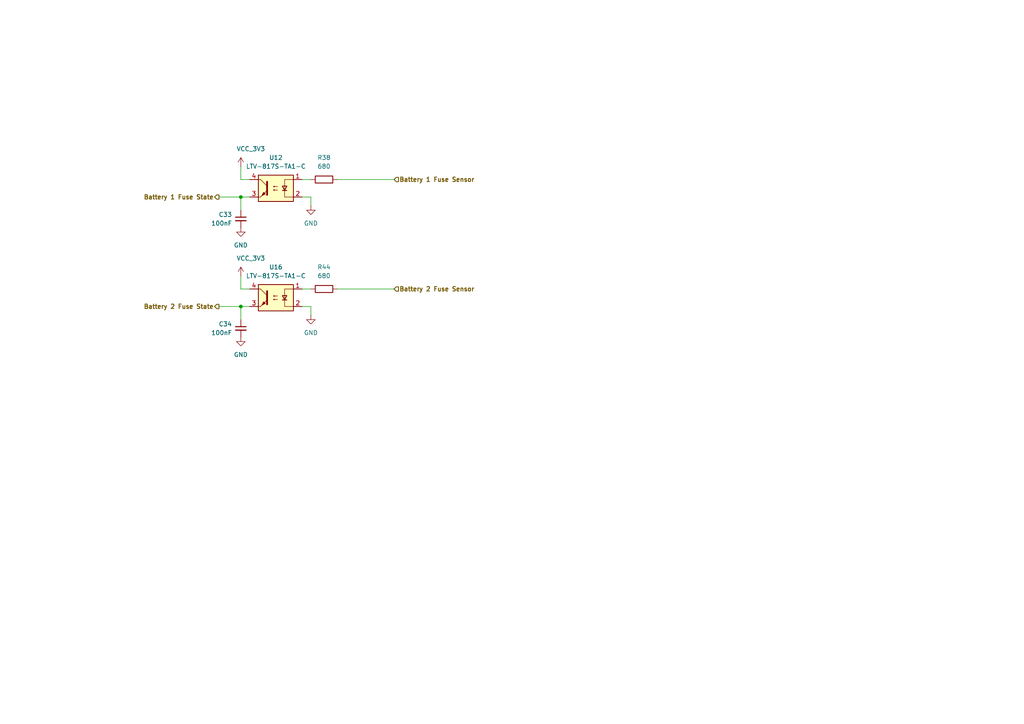
<source format=kicad_sch>
(kicad_sch (version 20250114) (generator "eeschema") (generator_version "9.0")
  (paper "A4")
  (title_block (title "Battery Fuse Sensors") (date "2025-09-04") (rev "1.0"))
  (lib_symbols
    (symbol "Device:C_Small" (pin_numbers (hide yes)) (pin_names (offset 0.254) (hide yes))
      (property "Reference" "C" (at 0.254 1.778 0))
      (property "Value" "C_Small" (at 0.254 -2.032 0))
      (symbol "C_Small_0_1"
        (polyline (pts (xy -1.524 0.508) (xy 1.524 0.508)) (stroke (width 0.3048)))
        (polyline (pts (xy -1.524 -0.508) (xy 1.524 -0.508)) (stroke (width 0.3302)))
      )
      (symbol "C_Small_1_1"
        (pin passive line (at 0 2.54 270) (length 2.032) (name "~") (number "1"))
        (pin passive line (at 0 -2.54 90) (length 2.032) (name "~") (number "2"))
      )
    )
    (symbol "Device:R" (pin_numbers (hide yes)) (pin_names (offset 0))
      (property "Reference" "R" (at 2.032 0 90))
      (property "Value" "R" (at 0 0 90))
      (symbol "R_0_1"
        (rectangle (start -1.016 -2.54) (end 1.016 2.54) (stroke (width 0.254)))
      )
      (symbol "R_1_1"
        (pin passive line (at 0 3.81 270) (length 1.27) (name "~") (number "1"))
        (pin passive line (at 0 -3.81 90) (length 1.27) (name "~") (number "2"))
      )
    )
    (symbol "Isolator:LTV-357T" (pin_names (offset 1.016))
      (property "Reference" "U" (at -5.334 4.826 0))
      (property "Value" "LTV-357T" (at 0 5.08 0))
      (symbol "LTV-357T_0_1"
        (rectangle (start -5.08 3.81) (end 5.08 -3.81) (stroke (width 0.254)) (fill (type background)))
        (polyline (pts (xy -5.08 2.54) (xy -2.54 2.54) (xy -2.54 -0.762)))
        (polyline (pts (xy -3.175 -0.635) (xy -1.905 -0.635)) (stroke (width 0.254)))
        (polyline (pts (xy -2.54 -0.635) (xy -2.54 -2.54) (xy -5.08 -2.54)))
        (polyline (pts (xy -2.54 -0.635) (xy -3.175 0.635) (xy -1.905 0.635) (xy -2.54 -0.635)) (stroke (width 0.254)))
        (polyline (pts (xy -0.508 0.508) (xy 0.762 0.508) (xy 0.381 0.381) (xy 0.381 0.635) (xy 0.762 0.508)))
        (polyline (pts (xy -0.508 -0.508) (xy 0.762 -0.508) (xy 0.381 -0.635) (xy 0.381 -0.381) (xy 0.762 -0.508)))
        (polyline (pts (xy 2.54 1.905) (xy 2.54 -1.905)) (stroke (width 0.508)))
        (polyline (pts (xy 2.54 0.635) (xy 4.445 2.54)))
        (polyline (pts (xy 3.048 -1.651) (xy 3.556 -1.143) (xy 4.064 -2.159) (xy 3.048 -1.651)) (fill (type outline)))
        (polyline (pts (xy 4.445 2.54) (xy 5.08 2.54)))
        (polyline (pts (xy 4.445 -2.54) (xy 2.54 -0.635)) (fill (type outline)))
        (polyline (pts (xy 4.445 -2.54) (xy 5.08 -2.54)))
      )
      (symbol "LTV-357T_1_1"
        (pin passive line (at -7.62 2.54 0) (length 2.54) (name "~") (number "1"))
        (pin passive line (at -7.62 -2.54 0) (length 2.54) (name "~") (number "2"))
        (pin passive line (at 7.62 2.54 180) (length 2.54) (name "~") (number "4"))
        (pin passive line (at 7.62 -2.54 180) (length 2.54) (name "~") (number "3"))
      )
    )
    (symbol "power:+5V" (power) (pin_numbers (hide yes)) (pin_names (offset 0) (hide yes))
      (property "Value" "+5V" (at 0 3.556 0))
      (symbol "+5V_0_1"
        (polyline (pts (xy -0.762 1.27) (xy 0 2.54)))
        (polyline (pts (xy 0 2.54) (xy 0.762 1.27)))
        (polyline (pts (xy 0 0) (xy 0 2.54)))
      )
      (symbol "+5V_1_1"
        (pin power_in line (at 0 0 90) (length 0) (name "~") (number "1"))
      )
    )
    (symbol "power:GND" (power) (pin_numbers (hide yes)) (pin_names (offset 0) (hide yes))
      (property "Value" "GND" (at 0 -3.81 0))
      (symbol "GND_0_1"
        (polyline (pts (xy 0 0) (xy 0 -1.27) (xy 1.27 -1.27) (xy 0 -2.54) (xy -1.27 -1.27) (xy 0 -1.27)))
      )
      (symbol "GND_1_1"
        (pin power_in line (at 0 0 270) (length 0) (name "~") (number "1"))
      )
    )
  )
  (junction (at 69.85 88.9))
  (junction (at 69.85 57.15))
  (wire (pts (xy 97.79 52.07) (xy 114.3 52.07)))
  (wire (pts (xy 63.5 57.15) (xy 69.85 57.15)))
  (wire (pts (xy 87.63 88.9) (xy 90.17 88.9)))
  (wire (pts (xy 97.79 83.82) (xy 114.3 83.82)))
  (wire (pts (xy 69.85 60.96) (xy 69.85 57.15)))
  (wire (pts (xy 69.85 48.26) (xy 69.85 52.07)))
  (wire (pts (xy 87.63 52.07) (xy 90.17 52.07)))
  (wire (pts (xy 90.17 57.15) (xy 90.17 59.69)))
  (wire (pts (xy 63.5 88.9) (xy 69.85 88.9)))
  (wire (pts (xy 69.85 83.82) (xy 72.39 83.82)))
  (wire (pts (xy 69.85 88.9) (xy 72.39 88.9)))
  (wire (pts (xy 90.17 88.9) (xy 90.17 91.44)))
  (wire (pts (xy 69.85 80.01) (xy 69.85 83.82)))
  (wire (pts (xy 69.85 92.71) (xy 69.85 88.9)))
  (wire (pts (xy 69.85 52.07) (xy 72.39 52.07)))
  (wire (pts (xy 69.85 57.15) (xy 72.39 57.15)))
  (wire (pts (xy 87.63 83.82) (xy 90.17 83.82)))
  (wire (pts (xy 87.63 57.15) (xy 90.17 57.15)))
  (hierarchical_label "Battery 1 Fuse State" (shape output) (at 63.5 57.15 180) (effects (font (thickness 0.254) (bold yes))))
  (hierarchical_label "Battery 2 Fuse State" (shape output) (at 63.5 88.9 180) (effects (font (thickness 0.254) (bold yes))))
  (hierarchical_label "Battery 2 Fuse Sensor" (shape input) (at 114.3 83.82 0) (effects (font (thickness 0.254) (bold yes))))
  (hierarchical_label "Battery 1 Fuse Sensor" (shape input) (at 114.3 52.07 0) (effects (font (thickness 0.254) (bold yes))))
  (symbol (lib_id "power:GND") (at 90.17 59.69 0) (unit 1)
    (property "Reference" "#PWR084" (effects (hide yes)))
    (property "Value" "GND" (at 90.17 64.77 0))
    (property "Description" "Power symbol creates a global label with name \"GND\" , ground" (effects (hide yes)))
  )
  (symbol (lib_id "Isolator:LTV-357T") (at 80.01 86.36 0) (mirror y) (unit 1)
    (property "Reference" "U16" (at 80.01 77.47 0))
    (property "Value" "LTV-817S-TA1-C" (at 80.01 80.01 0))
    (property "Footprint" "Package_SO:SO-4_4.4x3.6mm_P2.54mm" (effects (hide yes)))
    (property "Datasheet" "https://www.buerklin.com/medias/sys_master/download/download/h91/ha0/8892020588574.pdf" (effects (hide yes)))
    (property "Description" "DC Optocoupler, Vce 35V, CTR 50%, SO-4" (effects (hide yes)))
    (property "LCSC PN" "C109227" (effects (hide yes)))
    (property "Extended" "B" (effects (hide yes)))
  )
  (symbol (lib_id "Isolator:LTV-357T") (at 80.01 54.61 0) (mirror y) (unit 1)
    (property "Reference" "U12" (at 80.01 45.72 0))
    (property "Value" "LTV-817S-TA1-C" (at 80.01 48.26 0))
    (property "Footprint" "Package_SO:SO-4_4.4x3.6mm_P2.54mm" (effects (hide yes)))
    (property "Datasheet" "https://www.buerklin.com/medias/sys_master/download/download/h91/ha0/8892020588574.pdf" (effects (hide yes)))
    (property "Description" "DC Optocoupler, Vce 35V, CTR 50%, SO-4" (effects (hide yes)))
    (property "LCSC PN" "C109227" (effects (hide yes)))
    (property "Extended" "B" (effects (hide yes)))
  )
  (symbol (lib_id "power:GND") (at 69.85 66.04 0) (mirror y) (unit 1)
    (property "Reference" "#PWR081" (effects (hide yes)))
    (property "Value" "GND" (at 69.85 71.12 0))
    (property "Description" "Power symbol creates a global label with name \"GND\" , ground" (effects (hide yes)))
  )
  (symbol (lib_id "power:+5V") (at 69.85 48.26 0) (unit 1)
    (property "Reference" "#PWR080" (effects (hide yes)))
    (property "Value" "VCC_3V3" (at 68.58 43.18 0) (effects (justify left)))
    (property "Description" "Power symbol creates a global label with name \"+5V\"" (effects (hide yes)))
  )
  (symbol (lib_id "power:+5V") (at 69.85 80.01 0) (unit 1)
    (property "Reference" "#PWR082" (effects (hide yes)))
    (property "Value" "VCC_3V3" (at 68.58 74.93 0) (effects (justify left)))
    (property "Description" "Power symbol creates a global label with name \"+5V\"" (effects (hide yes)))
  )
  (symbol (lib_id "Device:R") (at 93.98 83.82 90) (unit 1)
    (property "Reference" "R44" (at 93.98 77.47 90))
    (property "Value" "680" (at 93.98 80.01 90))
    (property "Footprint" "Resistor_SMD:R_0805_2012Metric" (effects (hide yes)))
    (property "Description" "Resistor" (effects (hide yes)))
    (property "LCSC PN" "C17798" (effects (hide yes)))
    (property "Extended" "B" (effects (hide yes)))
  )
  (symbol (lib_id "power:GND") (at 90.17 91.44 0) (unit 1)
    (property "Reference" "#PWR085" (effects (hide yes)))
    (property "Value" "GND" (at 90.17 96.52 0))
    (property "Description" "Power symbol creates a global label with name \"GND\" , ground" (effects (hide yes)))
  )
  (symbol (lib_id "Device:R") (at 93.98 52.07 90) (unit 1)
    (property "Reference" "R38" (at 93.98 45.72 90))
    (property "Value" "680" (at 93.98 48.26 90))
    (property "Footprint" "Resistor_SMD:R_0805_2012Metric" (effects (hide yes)))
    (property "Description" "Resistor" (effects (hide yes)))
    (property "LCSC PN" "C17798" (effects (hide yes)))
    (property "Extended" "B" (effects (hide yes)))
  )
  (symbol (lib_id "power:GND") (at 69.85 97.79 0) (mirror y) (unit 1)
    (property "Reference" "#PWR083" (effects (hide yes)))
    (property "Value" "GND" (at 69.85 102.87 0))
    (property "Description" "Power symbol creates a global label with name \"GND\" , ground" (effects (hide yes)))
  )
  (symbol (lib_id "Device:C_Small") (at 69.85 95.25 0) (mirror y) (unit 1)
    (property "Reference" "C34" (at 67.31 93.9862 0) (effects (justify left)))
    (property "Value" "100nF" (at 67.31 96.5262 0) (effects (justify left)))
    (property "Footprint" "Capacitor_SMD:C_0805_2012Metric" (effects (hide yes)))
    (property "Description" "Unpolarized capacitor, small symbol" (effects (hide yes)))
    (property "LCSC PN" "C28233" (effects (hide yes)))
    (property "Extended" "B" (effects (hide yes)))
  )
  (symbol (lib_id "Device:C_Small") (at 69.85 63.5 0) (mirror y) (unit 1)
    (property "Reference" "C33" (at 67.31 62.2362 0) (effects (justify left)))
    (property "Value" "100nF" (at 67.31 64.7762 0) (effects (justify left)))
    (property "Footprint" "Capacitor_SMD:C_0805_2012Metric" (effects (hide yes)))
    (property "Description" "Unpolarized capacitor, small symbol" (effects (hide yes)))
    (property "LCSC PN" "C28233" (effects (hide yes)))
    (property "Extended" "B" (effects (hide yes)))
  )
)
</source>
